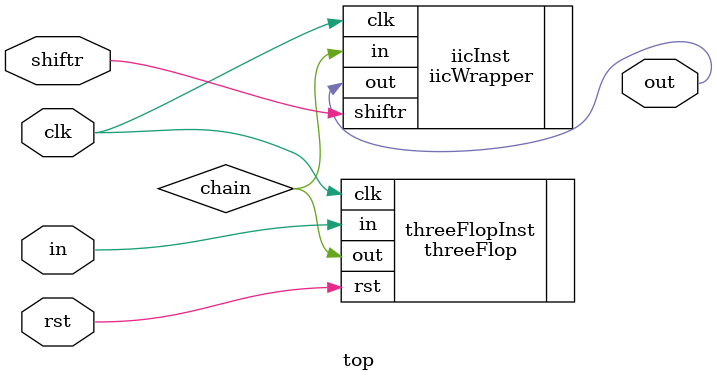
<source format=v>
`timescale 1 ps / 1 ps

module top
   (in,
    out, 
    clk,
    rst,
    shiftr
    );

// Serial data in/out
   input in;
   input shiftr;
   input rst;
   output out;    
    
  input clk;


  wire chain;

threeFlop threeFlopInst (.in(in), .out(chain), .clk(clk), .rst(rst) );

iicWrapper iicInst (.in(chain), .out(out), .clk(clk), .shiftr(shiftr) );

endmodule

</source>
